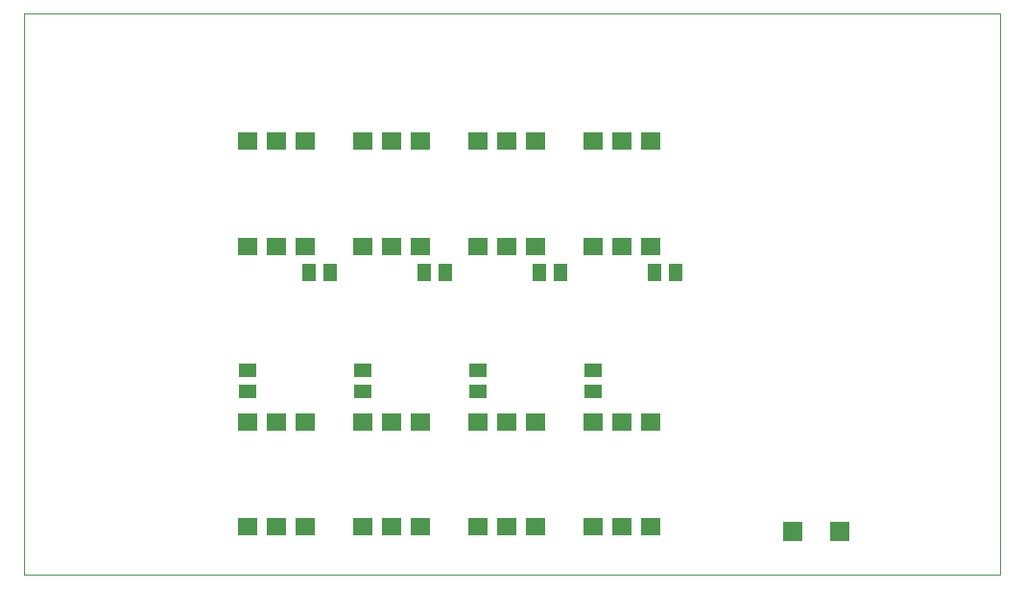
<source format=gbp>
G75*
%MOIN*%
%OFA0B0*%
%FSLAX25Y25*%
%IPPOS*%
%LPD*%
%AMOC8*
5,1,8,0,0,1.08239X$1,22.5*
%
%ADD10C,0.00000*%
%ADD11R,0.07087X0.06693*%
%ADD12R,0.07008X0.05984*%
%ADD13R,0.05118X0.05906*%
%ADD14R,0.05906X0.05118*%
D10*
X0001000Y0001000D02*
X0001000Y0195961D01*
X0339701Y0195961D01*
X0339701Y0001000D01*
X0001000Y0001000D01*
D11*
X0267929Y0016000D03*
X0284071Y0016000D03*
D12*
X0218500Y0017713D03*
X0208500Y0017713D03*
X0198500Y0017713D03*
X0178500Y0017713D03*
X0168500Y0017713D03*
X0158500Y0017713D03*
X0138500Y0017713D03*
X0128500Y0017713D03*
X0118500Y0017713D03*
X0098500Y0017713D03*
X0088500Y0017713D03*
X0078500Y0017713D03*
X0078500Y0054287D03*
X0088500Y0054287D03*
X0098500Y0054287D03*
X0118500Y0054287D03*
X0128500Y0054287D03*
X0138500Y0054287D03*
X0158500Y0054287D03*
X0168500Y0054287D03*
X0178500Y0054287D03*
X0198500Y0054287D03*
X0208500Y0054287D03*
X0218500Y0054287D03*
X0218500Y0115213D03*
X0208500Y0115213D03*
X0198500Y0115213D03*
X0178500Y0115213D03*
X0168500Y0115213D03*
X0158500Y0115213D03*
X0138500Y0115213D03*
X0128500Y0115213D03*
X0118500Y0115213D03*
X0098500Y0115213D03*
X0088500Y0115213D03*
X0078500Y0115213D03*
X0078500Y0151787D03*
X0088500Y0151787D03*
X0098500Y0151787D03*
X0118500Y0151787D03*
X0128500Y0151787D03*
X0138500Y0151787D03*
X0158500Y0151787D03*
X0168500Y0151787D03*
X0178500Y0151787D03*
X0198500Y0151787D03*
X0208500Y0151787D03*
X0218500Y0151787D03*
D13*
X0219760Y0106000D03*
X0227240Y0106000D03*
X0187240Y0106000D03*
X0179760Y0106000D03*
X0147240Y0106000D03*
X0139760Y0106000D03*
X0107240Y0106000D03*
X0099760Y0106000D03*
D14*
X0118500Y0072240D03*
X0118500Y0064760D03*
X0078500Y0064760D03*
X0078500Y0072240D03*
X0158500Y0072240D03*
X0158500Y0064760D03*
X0198500Y0064760D03*
X0198500Y0072240D03*
M02*

</source>
